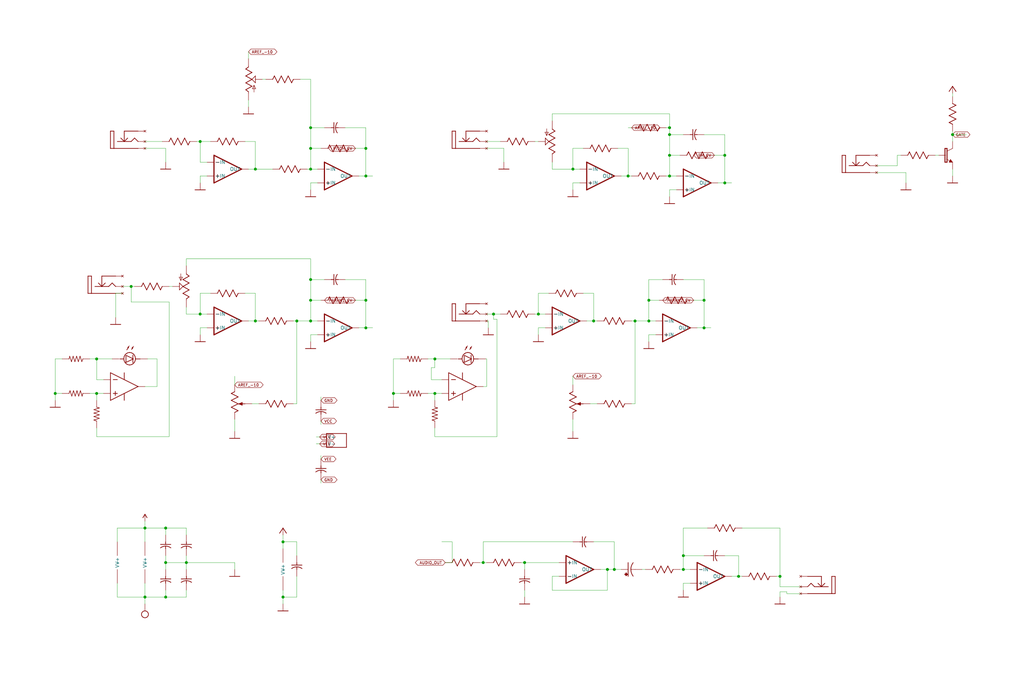
<source format=kicad_sch>
(kicad_sch (version 20231120) (generator "eeschema") (generator_version "8.0")
  (paper "User" 376.809 247.599)
  (junction (at 259.08 120.65))
  (junction (at 35.56 132.08))
  (junction (at 223.52 209.55))
  (junction (at 104.14 199.39))
  (junction (at 93.98 118.11))
  (junction (at 246.38 64.77))
  (junction (at 246.38 46.99))
  (junction (at 144.78 144.78))
  (junction (at 246.38 49.53))
  (junction (at 226.06 209.55))
  (junction (at 266.7 57.15))
  (junction (at 287.02 212.09))
  (junction (at 114.3 110.49))
  (junction (at 238.76 110.49))
  (junction (at 68.58 207.01))
  (junction (at 218.44 118.11))
  (junction (at 104.14 219.71))
  (junction (at 193.04 207.01))
  (junction (at 134.62 120.65))
  (junction (at 60.96 194.31))
  (junction (at 259.08 110.49))
  (junction (at 134.62 64.77))
  (junction (at 114.3 62.23))
  (junction (at 251.46 204.47))
  (junction (at 60.96 219.71))
  (junction (at 210.82 62.23))
  (junction (at 114.3 54.61))
  (junction (at 246.38 57.15))
  (junction (at 53.34 219.71))
  (junction (at 233.68 118.11))
  (junction (at 134.62 54.61))
  (junction (at 251.46 209.55))
  (junction (at 114.3 118.11))
  (junction (at 266.7 67.31))
  (junction (at 73.66 115.57))
  (junction (at 114.3 46.99))
  (junction (at 48.26 105.41))
  (junction (at 53.34 194.31))
  (junction (at 238.76 118.11))
  (junction (at 350.52 49.53))
  (junction (at 114.3 102.87))
  (junction (at 109.22 118.11))
  (junction (at 60.96 207.01))
  (junction (at 93.98 62.23))
  (junction (at 35.56 144.78))
  (junction (at 73.66 52.07))
  (junction (at 231.14 64.77))
  (junction (at 160.02 144.78))
  (junction (at 160.02 132.08))
  (junction (at 271.78 212.09))
  (junction (at 177.8 207.01))
  (junction (at 20.32 144.78))
  (junction (at 134.62 110.49))
  (junction (at 198.12 115.57))
  (junction (at 181.61 115.57))
  (wire (pts (xy 144.78 132.08) (xy 144.78 144.78)) (stroke (width 0.1)))
  (wire (pts (xy 114.3 62.23) (xy 116.84 62.23)) (stroke (width 0.1)))
  (wire (pts (xy 109.22 199.39) (xy 109.22 204.47)) (stroke (width 0.1)))
  (wire (pts (xy 350.52 34.29) (xy 350.52 35.56)) (stroke (width 0.1)))
  (wire (pts (xy 114.3 110.49) (xy 114.3 118.11)) (stroke (width 0.1)))
  (wire (pts (xy 144.78 144.78) (xy 144.78 147.32)) (stroke (width 0.1)))
  (wire (pts (xy 203.2 217.17) (xy 223.52 217.17)) (stroke (width 0.1)))
  (wire (pts (xy 246.38 69.85) (xy 246.38 72.39)) (stroke (width 0.1)))
  (wire (pts (xy 223.52 209.55) (xy 220.98 209.55)) (stroke (width 0.1)))
  (wire (pts (xy 43.18 194.31) (xy 43.18 199.39)) (stroke (width 0.1)))
  (wire (pts (xy 218.44 199.39) (xy 226.06 199.39)) (stroke (width 0.1)))
  (wire (pts (xy 109.22 118.11) (xy 107.95 118.11)) (stroke (width 0.1)))
  (wire (pts (xy 294.64 215.9) (xy 287.02 215.9)) (stroke (width 0.1)))
  (wire (pts (xy 114.3 67.31) (xy 114.3 69.85)) (stroke (width 0.1)))
  (wire (pts (xy 33.02 144.78) (xy 35.56 144.78)) (stroke (width 0.1)))
  (wire (pts (xy 177.8 199.39) (xy 210.82 199.39)) (stroke (width 0.1)))
  (wire (pts (xy 271.78 212.09) (xy 269.24 212.09)) (stroke (width 0.1)))
  (wire (pts (xy 223.52 217.17) (xy 223.52 209.55)) (stroke (width 0.1)))
  (wire (pts (xy 344.17 57.15) (xy 345.44 57.15)) (stroke (width 0.1)))
  (wire (pts (xy 226.06 209.55) (xy 228.6 209.55)) (stroke (width 0.1)))
  (wire (pts (xy 262.89 57.15) (xy 266.7 57.15)) (stroke (width 0.1)))
  (wire (pts (xy 158.75 139.7) (xy 158.75 135.255)) (stroke (width 0.1)))
  (wire (pts (xy 60.96 194.31) (xy 60.96 196.85)) (stroke (width 0.1)))
  (wire (pts (xy 246.38 57.15) (xy 246.38 64.77)) (stroke (width 0.1)))
  (wire (pts (xy 231.14 64.77) (xy 232.41 64.77)) (stroke (width 0.1)))
  (wire (pts (xy 217.17 148.59) (xy 219.71 148.59)) (stroke (width 0.1)))
  (wire (pts (xy 196.85 52.07) (xy 198.12 52.07)) (stroke (width 0.1)))
  (wire (pts (xy 294.64 218.44) (xy 289.56 218.44)) (stroke (width 0.1)))
  (wire (pts (xy 134.62 120.65) (xy 132.08 120.65)) (stroke (width 0.1)))
  (wire (pts (xy 118.11 54.61) (xy 114.3 54.61)) (stroke (width 0.1)))
  (wire (pts (xy 119.38 46.99) (xy 114.3 46.99)) (stroke (width 0.1)))
  (wire (pts (xy 250.19 209.55) (xy 251.46 209.55)) (stroke (width 0.1)))
  (wire (pts (xy 53.34 199.39) (xy 53.34 194.31)) (stroke (width 0.1)))
  (wire (pts (xy 104.14 217.17) (xy 104.14 219.71)) (stroke (width 0.1)))
  (wire (pts (xy 198.12 115.57) (xy 200.66 115.57)) (stroke (width 0.1)))
  (wire (pts (xy 134.62 46.99) (xy 134.62 54.61)) (stroke (width 0.1)))
  (wire (pts (xy 109.22 118.11) (xy 114.3 118.11)) (stroke (width 0.1)))
  (wire (pts (xy 60.96 207.01) (xy 60.96 209.55)) (stroke (width 0.1)))
  (wire (pts (xy 214.63 54.61) (xy 210.82 54.61)) (stroke (width 0.1)))
  (wire (pts (xy 231.14 54.61) (xy 231.14 64.77)) (stroke (width 0.1)))
  (wire (pts (xy 86.36 207.01) (xy 86.36 209.55)) (stroke (width 0.1)))
  (wire (pts (xy 35.56 132.08) (xy 35.56 139.7)) (stroke (width 0.1)))
  (wire (pts (xy 210.82 62.23) (xy 213.36 62.23)) (stroke (width 0.1)))
  (wire (pts (xy 266.7 49.53) (xy 266.7 57.15)) (stroke (width 0.1)))
  (wire (pts (xy 62.23 160.655) (xy 62.23 111.125)) (stroke (width 0.1)))
  (wire (pts (xy 203.2 44.45) (xy 203.2 41.91)) (stroke (width 0.1)))
  (wire (pts (xy 72.39 52.07) (xy 73.66 52.07)) (stroke (width 0.1)))
  (wire (pts (xy 289.56 217.805) (xy 287.02 217.805)) (stroke (width 0.1)))
  (wire (pts (xy 53.34 54.61) (xy 60.96 54.61)) (stroke (width 0.1)))
  (wire (pts (xy 53.34 52.07) (xy 59.69 52.07)) (stroke (width 0.1)))
  (wire (pts (xy 210.82 154.305) (xy 210.82 158.75)) (stroke (width 0.1)))
  (wire (pts (xy 35.56 139.7) (xy 38.1 139.7)) (stroke (width 0.1)))
  (wire (pts (xy 160.02 147.32) (xy 160.02 144.78)) (stroke (width 0.1)))
  (wire (pts (xy 134.62 54.61) (xy 134.62 64.77)) (stroke (width 0.1)))
  (wire (pts (xy 287.02 215.9) (xy 287.02 212.09)) (stroke (width 0.1)))
  (wire (pts (xy 251.46 209.55) (xy 254 209.55)) (stroke (width 0.1)))
  (wire (pts (xy 160.02 157.48) (xy 160.02 160.655)) (stroke (width 0.1)))
  (wire (pts (xy 179.07 142.24) (xy 177.8 142.24)) (stroke (width 0.1)))
  (wire (pts (xy 35.56 144.78) (xy 38.1 144.78)) (stroke (width 0.1)))
  (wire (pts (xy 116.84 123.19) (xy 114.3 123.19)) (stroke (width 0.1)))
  (wire (pts (xy 251.46 214.63) (xy 251.46 217.17)) (stroke (width 0.1)))
  (wire (pts (xy 53.34 194.31) (xy 60.96 194.31)) (stroke (width 0.1)))
  (wire (pts (xy 233.68 118.11) (xy 232.41 118.11)) (stroke (width 0.1)))
  (wire (pts (xy 114.3 29.21) (xy 114.3 46.99)) (stroke (width 0.1)))
  (wire (pts (xy 60.96 219.71) (xy 60.96 217.17)) (stroke (width 0.1)))
  (wire (pts (xy 201.93 107.95) (xy 198.12 107.95)) (stroke (width 0.1)))
  (wire (pts (xy 93.98 107.95) (xy 93.98 118.11)) (stroke (width 0.1)))
  (wire (pts (xy 273.05 212.09) (xy 271.78 212.09)) (stroke (width 0.1)))
  (wire (pts (xy 92.71 148.59) (xy 95.25 148.59)) (stroke (width 0.1)))
  (wire (pts (xy 20.32 132.08) (xy 20.32 144.78)) (stroke (width 0.1)))
  (wire (pts (xy 287.02 194.31) (xy 287.02 212.09)) (stroke (width 0.1)))
  (wire (pts (xy 110.49 29.21) (xy 114.3 29.21)) (stroke (width 0.1)))
  (wire (pts (xy 130.81 54.61) (xy 134.62 54.61)) (stroke (width 0.1)))
  (wire (pts (xy 57.785 132.08) (xy 57.785 142.24)) (stroke (width 0.1)))
  (wire (pts (xy 68.58 207.01) (xy 86.36 207.01)) (stroke (width 0.1)))
  (wire (pts (xy 179.07 115.57) (xy 181.61 115.57)) (stroke (width 0.1)))
  (wire (pts (xy 350.52 62.23) (xy 350.52 64.77)) (stroke (width 0.1)))
  (wire (pts (xy 231.14 64.77) (xy 228.6 64.77)) (stroke (width 0.1)))
  (wire (pts (xy 73.66 52.07) (xy 73.66 59.69)) (stroke (width 0.1)))
  (wire (pts (xy 147.32 144.78) (xy 144.78 144.78)) (stroke (width 0.1)))
  (wire (pts (xy 205.74 212.09) (xy 203.2 212.09)) (stroke (width 0.1)))
  (wire (pts (xy 322.58 60.96) (xy 330.2 60.96)) (stroke (width 0.1)))
  (wire (pts (xy 177.8 207.01) (xy 177.8 199.39)) (stroke (width 0.1)))
  (wire (pts (xy 62.23 111.125) (xy 48.26 111.125)) (stroke (width 0.1)))
  (wire (pts (xy 22.86 144.78) (xy 20.32 144.78)) (stroke (width 0.1)))
  (wire (pts (xy 60.96 219.71) (xy 68.58 219.71)) (stroke (width 0.1)))
  (wire (pts (xy 114.3 46.99) (xy 114.3 54.61)) (stroke (width 0.1)))
  (wire (pts (xy 22.86 132.08) (xy 20.32 132.08)) (stroke (width 0.1)))
  (wire (pts (xy 203.2 59.69) (xy 203.2 62.23)) (stroke (width 0.1)))
  (wire (pts (xy 233.68 118.11) (xy 238.76 118.11)) (stroke (width 0.1)))
  (wire (pts (xy 73.66 64.77) (xy 73.66 67.31)) (stroke (width 0.1)))
  (wire (pts (xy 127 102.87) (xy 134.62 102.87)) (stroke (width 0.1)))
  (wire (pts (xy 193.04 209.55) (xy 193.04 207.01)) (stroke (width 0.1)))
  (wire (pts (xy 54.293 132.08) (xy 57.785 132.08)) (stroke (width 0.1)))
  (wire (pts (xy 68.58 194.31) (xy 68.58 196.85)) (stroke (width 0.1)))
  (wire (pts (xy 114.3 102.87) (xy 114.3 110.49)) (stroke (width 0.1)))
  (wire (pts (xy 104.14 199.39) (xy 109.22 199.39)) (stroke (width 0.1)))
  (wire (pts (xy 104.14 199.39) (xy 104.14 201.93)) (stroke (width 0.1)))
  (wire (pts (xy 227.33 54.61) (xy 231.14 54.61)) (stroke (width 0.1)))
  (wire (pts (xy 203.2 212.09) (xy 203.2 217.17)) (stroke (width 0.1)))
  (wire (pts (xy 118.11 110.49) (xy 114.3 110.49)) (stroke (width 0.1)))
  (wire (pts (xy 193.04 207.01) (xy 205.74 207.01)) (stroke (width 0.1)))
  (wire (pts (xy 134.62 110.49) (xy 134.62 120.65)) (stroke (width 0.1)))
  (wire (pts (xy 91.44 19.05) (xy 91.44 21.59)) (stroke (width 0.1)))
  (wire (pts (xy 233.68 148.59) (xy 233.68 118.11)) (stroke (width 0.1)))
  (wire (pts (xy 233.68 148.59) (xy 232.41 148.59)) (stroke (width 0.1)))
  (wire (pts (xy 246.38 46.99) (xy 246.38 49.53)) (stroke (width 0.1)))
  (wire (pts (xy 251.46 204.47) (xy 251.46 209.55)) (stroke (width 0.1)))
  (wire (pts (xy 243.84 102.87) (xy 238.76 102.87)) (stroke (width 0.1)))
  (wire (pts (xy 160.02 144.78) (xy 157.48 144.78)) (stroke (width 0.1)))
  (wire (pts (xy 181.61 115.57) (xy 184.15 115.57)) (stroke (width 0.1)))
  (wire (pts (xy 90.17 107.95) (xy 93.98 107.95)) (stroke (width 0.1)))
  (wire (pts (xy 218.44 118.11) (xy 215.9 118.11)) (stroke (width 0.1)))
  (wire (pts (xy 166.37 207.01) (xy 166.37 199.39)) (stroke (width 0.1)))
  (wire (pts (xy 210.82 138.43) (xy 210.82 141.605)) (stroke (width 0.1)))
  (wire (pts (xy 53.34 222.25) (xy 53.34 219.71)) (stroke (width 0.1)))
  (wire (pts (xy 289.56 218.44) (xy 289.56 217.805)) (stroke (width 0.1)))
  (wire (pts (xy 134.62 64.77) (xy 132.08 64.77)) (stroke (width 0.1)))
  (wire (pts (xy 118.11 147.32) (xy 118.11 146.05)) (stroke (width 0.1)))
  (wire (pts (xy 255.27 110.49) (xy 259.08 110.49)) (stroke (width 0.1)))
  (wire (pts (xy 203.2 41.91) (xy 246.38 41.91)) (stroke (width 0.1)))
  (wire (pts (xy 116.84 67.31) (xy 114.3 67.31)) (stroke (width 0.1)))
  (wire (pts (xy 73.66 120.65) (xy 73.66 123.19)) (stroke (width 0.1)))
  (wire (pts (xy 200.66 120.65) (xy 198.12 120.65)) (stroke (width 0.1)))
  (wire (pts (xy 60.96 194.31) (xy 68.58 194.31)) (stroke (width 0.1)))
  (wire (pts (xy 68.58 95.25) (xy 114.3 95.25)) (stroke (width 0.1)))
  (wire (pts (xy 213.36 67.31) (xy 210.82 67.31)) (stroke (width 0.1)))
  (wire (pts (xy 73.66 107.95) (xy 77.47 107.95)) (stroke (width 0.1)))
  (wire (pts (xy 245.11 46.99) (xy 246.38 46.99)) (stroke (width 0.1)))
  (wire (pts (xy 53.34 191.77) (xy 53.34 194.31)) (stroke (width 0.1)))
  (wire (pts (xy 251.46 49.53) (xy 246.38 49.53)) (stroke (width 0.1)))
  (wire (pts (xy 333.375 63.5) (xy 333.375 67.31)) (stroke (width 0.1)))
  (wire (pts (xy 53.34 194.31) (xy 43.18 194.31)) (stroke (width 0.1)))
  (wire (pts (xy 127 46.99) (xy 134.62 46.99)) (stroke (width 0.1)))
  (wire (pts (xy 73.66 52.07) (xy 77.47 52.07)) (stroke (width 0.1)))
  (wire (pts (xy 68.58 207.01) (xy 68.58 209.55)) (stroke (width 0.1)))
  (wire (pts (xy 33.02 132.08) (xy 35.56 132.08)) (stroke (width 0.1)))
  (wire (pts (xy 117.618 163.338) (xy 116.348 163.338)) (stroke (width 0.1)))
  (wire (pts (xy 185.42 54.61) (xy 185.42 59.69)) (stroke (width 0.1)))
  (wire (pts (xy 162.56 144.78) (xy 160.02 144.78)) (stroke (width 0.1)))
  (wire (pts (xy 218.44 107.95) (xy 218.44 118.11)) (stroke (width 0.1)))
  (wire (pts (xy 114.3 54.61) (xy 114.3 62.23)) (stroke (width 0.1)))
  (wire (pts (xy 179.705 118.11) (xy 179.07 118.11)) (stroke (width 0.1)))
  (wire (pts (xy 57.785 142.24) (xy 53.34 142.24)) (stroke (width 0.1)))
  (wire (pts (xy 238.76 123.19) (xy 238.76 125.73)) (stroke (width 0.1)))
  (wire (pts (xy 254 214.63) (xy 251.46 214.63)) (stroke (width 0.1)))
  (wire (pts (xy 76.2 120.65) (xy 73.66 120.65)) (stroke (width 0.1)))
  (wire (pts (xy 177.8 207.01) (xy 179.07 207.01)) (stroke (width 0.1)))
  (wire (pts (xy 76.2 64.77) (xy 73.66 64.77)) (stroke (width 0.1)))
  (wire (pts (xy 114.3 118.11) (xy 116.84 118.11)) (stroke (width 0.1)))
  (wire (pts (xy 251.46 102.87) (xy 259.08 102.87)) (stroke (width 0.1)))
  (wire (pts (xy 104.14 219.71) (xy 104.14 222.25)) (stroke (width 0.1)))
  (wire (pts (xy 68.58 115.57) (xy 73.66 115.57)) (stroke (width 0.1)))
  (wire (pts (xy 246.38 64.77) (xy 248.92 64.77)) (stroke (width 0.1)))
  (wire (pts (xy 41.275 132.08) (xy 35.56 132.08)) (stroke (width 0.1)))
  (wire (pts (xy 259.08 49.53) (xy 266.7 49.53)) (stroke (width 0.1)))
  (wire (pts (xy 91.44 36.83) (xy 91.44 39.37)) (stroke (width 0.1)))
  (wire (pts (xy 134.62 64.77) (xy 137.16 64.77)) (stroke (width 0.1)))
  (wire (pts (xy 269.24 67.31) (xy 266.7 67.31)) (stroke (width 0.1)))
  (wire (pts (xy 179.07 52.07) (xy 184.15 52.07)) (stroke (width 0.1)))
  (wire (pts (xy 350.52 49.53) (xy 355.6 49.53)) (stroke (width 0.1)))
  (wire (pts (xy 259.08 102.87) (xy 259.08 110.49)) (stroke (width 0.1)))
  (wire (pts (xy 246.38 41.91) (xy 246.38 46.99)) (stroke (width 0.1)))
  (wire (pts (xy 147.32 132.08) (xy 144.78 132.08)) (stroke (width 0.1)))
  (wire (pts (xy 330.2 57.15) (xy 331.47 57.15)) (stroke (width 0.1)))
  (wire (pts (xy 218.44 118.11) (xy 219.71 118.11)) (stroke (width 0.1)))
  (wire (pts (xy 246.38 49.53) (xy 246.38 57.15)) (stroke (width 0.1)))
  (wire (pts (xy 60.96 207.01) (xy 68.58 207.01)) (stroke (width 0.1)))
  (wire (pts (xy 118.11 154.94) (xy 118.11 156.21)) (stroke (width 0.1)))
  (wire (pts (xy 176.53 207.01) (xy 177.8 207.01)) (stroke (width 0.1)))
  (wire (pts (xy 242.57 110.49) (xy 238.76 110.49)) (stroke (width 0.1)))
  (wire (pts (xy 68.58 219.71) (xy 68.58 217.17)) (stroke (width 0.1)))
  (wire (pts (xy 90.17 52.07) (xy 93.98 52.07)) (stroke (width 0.1)))
  (wire (pts (xy 68.58 97.79) (xy 68.58 95.25)) (stroke (width 0.1)))
  (wire (pts (xy 248.92 69.85) (xy 246.38 69.85)) (stroke (width 0.1)))
  (wire (pts (xy 109.22 148.59) (xy 107.95 148.59)) (stroke (width 0.1)))
  (wire (pts (xy 273.05 194.31) (xy 287.02 194.31)) (stroke (width 0.1)))
  (wire (pts (xy 236.22 209.55) (xy 237.49 209.55)) (stroke (width 0.1)))
  (wire (pts (xy 181.61 117.475) (xy 181.61 115.57)) (stroke (width 0.1)))
  (wire (pts (xy 260.35 194.31) (xy 251.46 194.31)) (stroke (width 0.1)))
  (wire (pts (xy 271.78 204.47) (xy 271.78 212.09)) (stroke (width 0.1)))
  (wire (pts (xy 287.02 217.805) (xy 287.02 219.71)) (stroke (width 0.1)))
  (wire (pts (xy 137.16 120.65) (xy 134.62 120.65)) (stroke (width 0.1)))
  (wire (pts (xy 42.545 107.95) (xy 42.545 116.84)) (stroke (width 0.1)))
  (wire (pts (xy 241.3 123.19) (xy 238.76 123.19)) (stroke (width 0.1)))
  (wire (pts (xy 104.14 196.85) (xy 104.14 199.39)) (stroke (width 0.1)))
  (wire (pts (xy 322.58 63.5) (xy 333.375 63.5)) (stroke (width 0.1)))
  (wire (pts (xy 68.58 113.03) (xy 68.58 115.57)) (stroke (width 0.1)))
  (wire (pts (xy 245.11 64.77) (xy 246.38 64.77)) (stroke (width 0.1)))
  (wire (pts (xy 287.02 212.09) (xy 285.75 212.09)) (stroke (width 0.1)))
  (wire (pts (xy 251.46 194.31) (xy 251.46 204.47)) (stroke (width 0.1)))
  (wire (pts (xy 179.07 54.61) (xy 185.42 54.61)) (stroke (width 0.1)))
  (wire (pts (xy 130.81 110.49) (xy 134.62 110.49)) (stroke (width 0.1)))
  (wire (pts (xy 350.52 52.07) (xy 350.52 49.53)) (stroke (width 0.1)))
  (wire (pts (xy 93.98 118.11) (xy 91.44 118.11)) (stroke (width 0.1)))
  (wire (pts (xy 226.06 209.55) (xy 223.52 209.55)) (stroke (width 0.1)))
  (wire (pts (xy 35.56 144.78) (xy 35.56 147.32)) (stroke (width 0.1)))
  (wire (pts (xy 198.12 107.95) (xy 198.12 115.57)) (stroke (width 0.1)))
  (wire (pts (xy 214.63 107.95) (xy 218.44 107.95)) (stroke (width 0.1)))
  (wire (pts (xy 73.66 59.69) (xy 76.2 59.69)) (stroke (width 0.1)))
  (wire (pts (xy 182.88 117.475) (xy 181.61 117.475)) (stroke (width 0.1)))
  (wire (pts (xy 251.46 204.47) (xy 259.08 204.47)) (stroke (width 0.1)))
  (wire (pts (xy 35.56 157.48) (xy 35.56 160.655)) (stroke (width 0.1)))
  (wire (pts (xy 93.98 62.23) (xy 91.44 62.23)) (stroke (width 0.1)))
  (wire (pts (xy 119.38 102.87) (xy 114.3 102.87)) (stroke (width 0.1)))
  (wire (pts (xy 45.085 107.95) (xy 42.545 107.95)) (stroke (width 0.1)))
  (wire (pts (xy 166.37 199.39) (xy 162.56 199.39)) (stroke (width 0.1)))
  (wire (pts (xy 179.705 120.65) (xy 179.705 118.11)) (stroke (width 0.1)))
  (wire (pts (xy 20.32 144.78) (xy 20.32 147.32)) (stroke (width 0.1)))
  (wire (pts (xy 193.04 217.17) (xy 193.04 219.71)) (stroke (width 0.1)))
  (wire (pts (xy 259.08 120.65) (xy 256.54 120.65)) (stroke (width 0.1)))
  (wire (pts (xy 45.085 105.41) (xy 48.26 105.41)) (stroke (width 0.1)))
  (wire (pts (xy 261.62 120.65) (xy 259.08 120.65)) (stroke (width 0.1)))
  (wire (pts (xy 73.66 115.57) (xy 73.66 107.95)) (stroke (width 0.1)))
  (wire (pts (xy 118.11 176.53) (xy 118.11 177.8)) (stroke (width 0.1)))
  (wire (pts (xy 96.52 29.21) (xy 97.79 29.21)) (stroke (width 0.1)))
  (wire (pts (xy 53.34 219.71) (xy 60.96 219.71)) (stroke (width 0.1)))
  (wire (pts (xy 266.7 57.15) (xy 266.7 67.31)) (stroke (width 0.1)))
  (wire (pts (xy 43.18 219.71) (xy 53.34 219.71)) (stroke (width 0.1)))
  (wire (pts (xy 60.96 54.61) (xy 60.96 59.69)) (stroke (width 0.1)))
  (wire (pts (xy 210.82 67.31) (xy 210.82 69.85)) (stroke (width 0.1)))
  (wire (pts (xy 35.56 160.655) (xy 62.23 160.655)) (stroke (width 0.1)))
  (wire (pts (xy 182.88 160.655) (xy 182.88 117.475)) (stroke (width 0.1)))
  (wire (pts (xy 104.14 219.71) (xy 109.22 219.71)) (stroke (width 0.1)))
  (wire (pts (xy 114.3 95.25) (xy 114.3 102.87)) (stroke (width 0.1)))
  (wire (pts (xy 86.36 154.305) (xy 86.36 158.75)) (stroke (width 0.1)))
  (wire (pts (xy 259.08 110.49) (xy 259.08 120.65)) (stroke (width 0.1)))
  (wire (pts (xy 232.41 46.99) (xy 231.14 46.99)) (stroke (width 0.1)))
  (wire (pts (xy 210.82 54.61) (xy 210.82 62.23)) (stroke (width 0.1)))
  (wire (pts (xy 93.98 62.23) (xy 100.33 62.23)) (stroke (width 0.1)))
  (wire (pts (xy 238.76 110.49) (xy 238.76 118.11)) (stroke (width 0.1)))
  (wire (pts (xy 330.2 60.96) (xy 330.2 57.15)) (stroke (width 0.1)))
  (wire (pts (xy 118.11 168.91) (xy 118.11 167.64)) (stroke (width 0.1)))
  (wire (pts (xy 68.58 204.47) (xy 68.58 207.01)) (stroke (width 0.1)))
  (wire (pts (xy 160.02 160.655) (xy 182.88 160.655)) (stroke (width 0.1)))
  (wire (pts (xy 162.56 139.7) (xy 158.75 139.7)) (stroke (width 0.1)))
  (wire (pts (xy 62.23 105.41) (xy 63.5 105.41)) (stroke (width 0.1)))
  (wire (pts (xy 48.26 105.41) (xy 49.53 105.41)) (stroke (width 0.1)))
  (wire (pts (xy 196.85 115.57) (xy 198.12 115.57)) (stroke (width 0.1)))
  (wire (pts (xy 48.26 111.125) (xy 48.26 105.41)) (stroke (width 0.1)))
  (wire (pts (xy 114.3 123.19) (xy 114.3 125.73)) (stroke (width 0.1)))
  (wire (pts (xy 191.77 207.01) (xy 193.04 207.01)) (stroke (width 0.1)))
  (wire (pts (xy 163.83 207.01) (xy 166.37 207.01)) (stroke (width 0.1)))
  (wire (pts (xy 114.3 62.23) (xy 113.03 62.23)) (stroke (width 0.1)))
  (wire (pts (xy 160.02 135.255) (xy 160.02 132.08)) (stroke (width 0.1)))
  (wire (pts (xy 226.06 199.39) (xy 226.06 209.55)) (stroke (width 0.1)))
  (wire (pts (xy 117.618 160.798) (xy 116.348 160.798)) (stroke (width 0.1)))
  (wire (pts (xy 350.52 49.53) (xy 350.52 48.26)) (stroke (width 0.1)))
  (wire (pts (xy 109.22 148.59) (xy 109.22 118.11)) (stroke (width 0.1)))
  (wire (pts (xy 238.76 118.11) (xy 241.3 118.11)) (stroke (width 0.1)))
  (wire (pts (xy 203.2 62.23) (xy 210.82 62.23)) (stroke (width 0.1)))
  (wire (pts (xy 198.12 120.65) (xy 198.12 123.19)) (stroke (width 0.1)))
  (wire (pts (xy 93.98 118.11) (xy 95.25 118.11)) (stroke (width 0.1)))
  (wire (pts (xy 60.96 204.47) (xy 60.96 207.01)) (stroke (width 0.1)))
  (wire (pts (xy 53.34 219.71) (xy 53.34 214.63)) (stroke (width 0.1)))
  (wire (pts (xy 250.19 57.15) (xy 246.38 57.15)) (stroke (width 0.1)))
  (wire (pts (xy 43.18 214.63) (xy 43.18 219.71)) (stroke (width 0.1)))
  (wire (pts (xy 165.735 132.08) (xy 160.02 132.08)) (stroke (width 0.1)))
  (wire (pts (xy 160.02 132.08) (xy 157.48 132.08)) (stroke (width 0.1)))
  (wire (pts (xy 178.753 132.08) (xy 179.07 132.08)) (stroke (width 0.1)))
  (wire (pts (xy 266.7 67.31) (xy 264.16 67.31)) (stroke (width 0.1)))
  (wire (pts (xy 73.66 115.57) (xy 76.2 115.57)) (stroke (width 0.1)))
  (wire (pts (xy 86.36 141.605) (xy 86.36 138.43)) (stroke (width 0.1)))
  (wire (pts (xy 238.76 102.87) (xy 238.76 110.49)) (stroke (width 0.1)))
  (wire (pts (xy 158.75 135.255) (xy 160.02 135.255)) (stroke (width 0.1)))
  (wire (pts (xy 93.98 52.07) (xy 93.98 62.23)) (stroke (width 0.1)))
  (wire (pts (xy 109.22 219.71) (xy 109.22 212.09)) (stroke (width 0.1)))
  (wire (pts (xy 179.07 132.08) (xy 179.07 142.24)) (stroke (width 0.1)))
  (wire (pts (xy 134.62 102.87) (xy 134.62 110.49)) (stroke (width 0.1)))
  (wire (pts (xy 266.7 204.47) (xy 271.78 204.47)) (stroke (width 0.1)))
  (global_label "AREF_-10" (shape bidirectional) (at 232.41 46.99 0) (effects (font (size 1.016 1.016))) (property "Intersheetrefs" "${INTERSHEET_REFS}" (effects (hide yes))))
  (global_label "GND" (shape bidirectional) (at 118.11 147.32 0) (effects (font (size 1.016 1.016))) (property "Intersheetrefs" "${INTERSHEET_REFS}" (effects (hide yes))))
  (global_label "GATE" (shape bidirectional) (at 350.52 49.53 0) (effects (font (size 1.016 1.016))) (property "Intersheetrefs" "${INTERSHEET_REFS}" (effects (hide yes))))
  (global_label "AREF_-10" (shape bidirectional) (at 91.44 19.05 0) (effects (font (size 1.016 1.016))) (property "Intersheetrefs" "${INTERSHEET_REFS}" (effects (hide yes))))
  (global_label "PARAM1_CV" (shape bidirectional) (at 130.81 110.49 180) (effects (font (size 1.016 1.016))) (property "Intersheetrefs" "${INTERSHEET_REFS}" (effects (hide yes))))
  (global_label "VEE" (shape bidirectional) (at 117.618 163.338 0) (effects (font (size 1.016 1.016))) (property "Intersheetrefs" "${INTERSHEET_REFS}" (effects (hide yes))))
  (global_label "GND" (shape bidirectional) (at 118.11 176.53 0) (effects (font (size 1.016 1.016))) (property "Intersheetrefs" "${INTERSHEET_REFS}" (effects (hide yes))))
  (global_label "PITCH_CV" (shape bidirectional) (at 130.81 54.61 180) (effects (font (size 1.016 1.016))) (property "Intersheetrefs" "${INTERSHEET_REFS}" (effects (hide yes))))
  (global_label "VEE" (shape bidirectional) (at 118.11 168.91 0) (effects (font (size 1.016 1.016))) (property "Intersheetrefs" "${INTERSHEET_REFS}" (effects (hide yes))))
  (global_label "FM_CV" (shape bidirectional) (at 262.89 57.15 180) (effects (font (size 1.016 1.016))) (property "Intersheetrefs" "${INTERSHEET_REFS}" (effects (hide yes))))
  (global_label "VCC" (shape bidirectional) (at 118.11 154.94 0) (effects (font (size 1.016 1.016))) (property "Intersheetrefs" "${INTERSHEET_REFS}" (effects (hide yes))))
  (global_label "AREF_-10" (shape bidirectional) (at 210.82 138.43 0) (effects (font (size 1.016 1.016))) (property "Intersheetrefs" "${INTERSHEET_REFS}" (effects (hide yes))))
  (global_label "PARAM2_CV" (shape bidirectional) (at 255.27 110.49 180) (effects (font (size 1.016 1.016))) (property "Intersheetrefs" "${INTERSHEET_REFS}" (effects (hide yes))))
  (global_label "VCC" (shape bidirectional) (at 117.618 160.798 0) (effects (font (size 1.016 1.016))) (property "Intersheetrefs" "${INTERSHEET_REFS}" (effects (hide yes))))
  (global_label "AREF_-10" (shape bidirectional) (at 86.36 141.605 0) (effects (font (size 1.016 1.016))) (property "Intersheetrefs" "${INTERSHEET_REFS}" (effects (hide yes))))
  (global_label "AUDIO_OUT" (shape bidirectional) (at 163.83 207.01 180) (effects (font (size 1.016 1.016))) (property "Intersheetrefs" "${INTERSHEET_REFS}" (effects (hide yes))))
  (symbol (lib_id "ubraidsII-eagle-import:RES_0603") (at 266.7 194.31 180) (unit 1)
    (property "Reference" "R56" (effects (hide yes)))
    (property "Value" "100k" (effects (hide yes)))
    (property "Footprint" "ubraidsII:RES_0603" (effects (hide yes)))
  )
  (symbol (lib_id "ubraidsII-eagle-import:COARSE") (at 92.266 29.21 0) (unit 1)
    (property "Reference" "R20" (effects (hide yes)))
    (property "Value" "10kB" (effects (hide yes)))
    (property "Footprint" "ubraidsII:9mm_Alpha_Bourns_Pot" (effects (hide yes)))
  )
  (symbol (lib_id "ubraidsII-eagle-import:BOURNS_PTL_LED_SLIDE_POT") (at 87.63 147.955 90) (unit 1)
    (property "Reference" "VR1" (effects (hide yes)))
    (property "Value" "para 1" (effects (hide yes)))
    (property "Footprint" "ubraidsII:BOURNS_PTL_30mm" (effects (hide yes)))
  )
  (symbol (lib_id "ubraidsII-eagle-import:CAP_0603") (at 193.04 213.36 270) (unit 1)
    (property "Reference" "C22" (effects (hide yes)))
    (property "Value" "100p" (effects (hide yes)))
    (property "Footprint" "ubraidsII:CAP_0603" (effects (hide yes)))
  )
  (symbol (lib_id "ubraidsII-eagle-import:GND") (at 86.36 212.09 0) (unit 1)
    (property "Reference" "#GND38" (effects (hide yes)))
    (property "Value" "GND" (effects (hide yes)))
  )
  (symbol (lib_id "ubraidsII-eagle-import:THONKICONN_31") (at 302.26 215.265 180) (unit 1)
    (property "Reference" "J6" (effects (hide yes)))
    (property "Value" "output" (effects (hide yes)))
    (property "Footprint" "ubraidsII:Thonkiconn_Jack" (effects (hide yes)))
  )
  (symbol (lib_id "ubraidsII-eagle-import:TL074D") (at 208.28 118.11 0) (unit 1)
    (property "Reference" "IC9" (effects (hide yes)))
    (property "Value" "TL074D" (effects (hide yes)))
    (property "Footprint" "ubraidsII:TSSOP-14" (effects (hide yes)))
  )
  (symbol (lib_id "ubraidsII-eagle-import:GND") (at 251.46 219.71 0) (unit 1)
    (property "Reference" "#GND33" (effects (hide yes)))
    (property "Value" "GND" (effects (hide yes)))
  )
  (symbol (lib_id "ubraidsII-eagle-import:FM") (at 202.375 52.07 0) (unit 1)
    (property "Reference" "R21" (effects (hide yes)))
    (property "Value" "10kB" (effects (hide yes)))
    (property "Footprint" "ubraidsII:9mm_Alpha_Bourns_Pot" (effects (hide yes)))
  )
  (symbol (lib_id "ubraidsII-eagle-import:CAP_0603") (at 123.19 46.99 0) (unit 1)
    (property "Reference" "C16" (effects (hide yes)))
    (property "Value" "1n" (effects (hide yes)))
    (property "Footprint" "ubraidsII:CAP_0603" (effects (hide yes)))
  )
  (symbol (lib_id "ubraidsII-eagle-import:GND") (at 198.12 125.73 0) (unit 1)
    (property "Reference" "#GND25" (effects (hide yes)))
    (property "Value" "GND" (effects (hide yes)))
  )
  (symbol (lib_id "ubraidsII-eagle-import:GND") (at 210.82 161.29 0) (unit 1)
    (property "Reference" "#GND29" (effects (hide yes)))
    (property "Value" "GND" (effects (hide yes)))
  )
  (symbol (lib_id "ubraidsII-eagle-import:TL072D_23") (at 45.72 142.24 0) (unit 1)
    (property "Reference" "U6" (effects (hide yes)))
    (property "Value" "TL072D_23" (effects (hide yes)))
    (property "Footprint" "ubraidsII:SOIC-8_150mil" (effects (hide yes)))
  )
  (symbol (lib_id "ubraidsII-eagle-import:R805") (at 152.4 132.08 0) (unit 1)
    (property "Reference" "R4" (effects (hide yes)))
    (property "Value" "1.2k" (effects (hide yes)))
    (property "Footprint" "ubraidsII:RES_0603" (effects (hide yes)))
  )
  (symbol (lib_id "ubraidsII-eagle-import:CAP_0603") (at 255.27 49.53 0) (unit 1)
    (property "Reference" "C17" (effects (hide yes)))
    (property "Value" "1n" (effects (hide yes)))
    (property "Footprint" "ubraidsII:CAP_0603" (effects (hide yes)))
  )
  (symbol (lib_id "ubraidsII-eagle-import:RES_0603") (at 83.82 52.07 0) (unit 1)
    (property "Reference" "R53" (effects (hide yes)))
    (property "Value" "24.9k" (effects (hide yes)))
    (property "Footprint" "ubraidsII:RES_0603" (effects (hide yes)))
  )
  (symbol (lib_id "ubraidsII-eagle-import:MODULATION") (at 67.755 105.41 0) (unit 1)
    (property "Reference" "R37" (effects (hide yes)))
    (property "Value" "10kB" (effects (hide yes)))
    (property "Footprint" "ubraidsII:9mm_Alpha_Bourns_Pot" (effects (hide yes)))
  )
  (symbol (lib_id "ubraidsII-eagle-import:RES_0603") (at 238.76 64.77 0) (unit 1)
    (property "Reference" "R42" (effects (hide yes)))
    (property "Value" "24.9k" (effects (hide yes)))
    (property "Footprint" "ubraidsII:RES_0603" (effects (hide yes)))
  )
  (symbol (lib_id "ubraidsII-eagle-import:GND") (at 238.76 128.27 0) (unit 1)
    (property "Reference" "#GND26" (effects (hide yes)))
    (property "Value" "GND" (effects (hide yes)))
  )
  (symbol (lib_id "ubraidsII-eagle-import:RES_0603") (at 101.6 148.59 0) (unit 1)
    (property "Reference" "R28" (effects (hide yes)))
    (property "Value" "200k" (effects (hide yes)))
    (property "Footprint" "ubraidsII:RES_0603" (effects (hide yes)))
  )
  (symbol (lib_id "ubraidsII-eagle-import:TL074D") (at 43.18 207.01 0) (unit 5)
    (property "Reference" "IC9" (effects (hide yes)))
    (property "Value" "TL074D" (effects (hide yes)))
    (property "Footprint" "ubraidsII:TSSOP-14" (effects (hide yes)))
  )
  (symbol (lib_id "ubraidsII-eagle-import:THONKICONN") (at 171.45 51.435 180) (unit 1)
    (property "Reference" "J1" (effects (hide yes)))
    (property "Value" "fm" (effects (hide yes)))
    (property "Footprint" "ubraidsII:Thonkiconn_Jack" (effects (hide yes)))
  )
  (symbol (lib_id "ubraidsII-eagle-import:GND") (at 42.545 119.38 0) (unit 1)
    (property "Reference" "#GND21" (effects (hide yes)))
    (property "Value" "GND" (effects (hide yes)))
  )
  (symbol (lib_id "ubraidsII-eagle-import:CAP_0603") (at 68.58 213.36 270) (unit 1)
    (property "Reference" "C20" (effects (hide yes)))
    (property "Value" "100n" (effects (hide yes)))
    (property "Footprint" "ubraidsII:CAP_0603" (effects (hide yes)))
  )
  (symbol (lib_id "ubraidsII-eagle-import:GND") (at 86.36 161.29 0) (unit 1)
    (property "Reference" "#GND27" (effects (hide yes)))
    (property "Value" "GND" (effects (hide yes)))
  )
  (symbol (lib_id "ubraidsII-eagle-import:R805_13") (at 152.4 144.78 0) (unit 1)
    (property "Reference" "R5" (effects (hide yes)))
    (property "Value" "1.0M" (effects (hide yes)))
    (property "Footprint" "ubraidsII:RES_0603" (effects (hide yes)))
  )
  (symbol (lib_id "ubraidsII-eagle-import:GND") (at 210.82 72.39 0) (unit 1)
    (property "Reference" "#GND19" (effects (hide yes)))
    (property "Value" "GND" (effects (hide yes)))
  )
  (symbol (lib_id "ubraidsII-eagle-import:RES_0603") (at 124.46 110.49 0) (unit 1)
    (property "Reference" "R25" (effects (hide yes)))
    (property "Value" "49.9k" (effects (hide yes)))
    (property "Footprint" "ubraidsII:RES_0603" (effects (hide yes)))
  )
  (symbol (lib_id "ubraidsII-eagle-import:RES_0603") (at 66.04 52.07 0) (unit 1)
    (property "Reference" "R54" (effects (hide yes)))
    (property "Value" "100k" (effects (hide yes)))
    (property "Footprint" "ubraidsII:RES_0603" (effects (hide yes)))
  )
  (symbol (lib_id "ubraidsII-eagle-import:GND") (at 350.52 67.31 0) (unit 1)
    (property "Reference" "#GND31" (effects (hide yes)))
    (property "Value" "GND" (effects (hide yes)))
  )
  (symbol (lib_id "ubraidsII-eagle-import:RES_0603") (at 279.4 212.09 180) (unit 1)
    (property "Reference" "R55" (effects (hide yes)))
    (property "Value" "1.0k" (effects (hide yes)))
    (property "Footprint" "ubraidsII:RES_0603" (effects (hide yes)))
  )
  (symbol (lib_id "ubraidsII-eagle-import:TL072D_23") (at 170.18 142.24 0) (unit 2)
    (property "Reference" "U6" (effects (hide yes)))
    (property "Value" "TL072D_23" (effects (hide yes)))
    (property "Footprint" "ubraidsII:SOIC-8_150mil" (effects (hide yes)))
  )
  (symbol (lib_id "ubraidsII-eagle-import:+3V3") (at 350.52 32.702 0) (unit 1)
    (property "Reference" "#+3V14" (effects (hide yes)))
    (property "Value" "+3V3" (effects (hide yes)))
  )
  (symbol (lib_id "ubraidsII-eagle-import:GND") (at 20.32 149.86 0) (unit 1)
    (property "Reference" "#GND3" (effects (hide yes)))
    (property "Value" "GND" (effects (hide yes)))
  )
  (symbol (lib_id "ubraidsII-eagle-import:RES_0603") (at 226.06 118.11 0) (unit 1)
    (property "Reference" "R31" (effects (hide yes)))
    (property "Value" "24.9k" (effects (hide yes)))
    (property "Footprint" "ubraidsII:RES_0603" (effects (hide yes)))
  )
  (symbol (lib_id "ubraidsII-eagle-import:GND") (at 246.38 74.93 0) (unit 1)
    (property "Reference" "#GND20" (effects (hide yes)))
    (property "Value" "GND" (effects (hide yes)))
  )
  (symbol (lib_id "ubraidsII-eagle-import:TL072D") (at 213.36 209.55 0) (unit 2)
    (property "Reference" "IC10" (effects (hide yes)))
    (property "Value" "TL072" (effects (hide yes)))
    (property "Footprint" "ubraidsII:TSSOP-8" (effects (hide yes)))
  )
  (symbol (lib_id "ubraidsII-eagle-import:GND") (at 193.04 222.25 0) (unit 1)
    (property "Reference" "#GND32" (effects (hide yes)))
    (property "Value" "GND" (effects (hide yes)))
  )
  (symbol (lib_id "ubraidsII-eagle-import:RES_0603") (at 190.5 52.07 0) (unit 1)
    (property "Reference" "R24" (effects (hide yes)))
    (property "Value" "100k" (effects (hide yes)))
    (property "Footprint" "ubraidsII:RES_0603" (effects (hide yes)))
  )
  (symbol (lib_id "ubraidsII-eagle-import:RES_0603") (at 170.18 207.01 180) (unit 1)
    (property "Reference" "R45" (effects (hide yes)))
    (property "Value" "39k" (effects (hide yes)))
    (property "Footprint" "ubraidsII:RES_0603" (effects (hide yes)))
  )
  (symbol (lib_id "ubraidsII-eagle-import:PARA_2") (at 212.09 147.955 90) (unit 1)
    (property "Reference" "VR2" (effects (hide yes)))
    (property "Value" "10k" (effects (hide yes)))
    (property "Footprint" "ubraidsII:BOURNS_PTL_30mm" (effects (hide yes)))
  )
  (symbol (lib_id "ubraidsII-eagle-import:TL074D") (at 104.14 209.55 0) (unit 5)
    (property "Reference" "IC7" (effects (hide yes)))
    (property "Value" "MCP6004" (effects (hide yes)))
    (property "Footprint" "ubraidsII:TSSOP-14" (effects (hide yes)))
  )
  (symbol (lib_id "ubraidsII-eagle-import:TL072D_23") (at 123.825 162.068 0) (unit 3)
    (property "Reference" "U6" (effects (hide yes)))
    (property "Value" "TL072D_23" (effects (hide yes)))
    (property "Footprint" "ubraidsII:SOIC-8_150mil" (effects (hide yes)))
  )
  (symbol (lib_id "ubraidsII-eagle-import:CAP_0603") (at 60.96 213.36 270) (unit 1)
    (property "Reference" "C27" (effects (hide yes)))
    (property "Value" "100n" (effects (hide yes)))
    (property "Footprint" "ubraidsII:CAP_0603" (effects (hide yes)))
  )
  (symbol (lib_id "ubraidsII-eagle-import:CAP_0603") (at 109.22 208.28 270) (unit 1)
    (property "Reference" "C18" (effects (hide yes)))
    (property "Value" "100n" (effects (hide yes)))
    (property "Footprint" "ubraidsII:CAP_0603" (effects (hide yes)))
  )
  (symbol (lib_id "ubraidsII-eagle-import:CPOL-USB") (at 231.822 209.55 0) (unit 1)
    (property "Reference" "C24" (effects (hide yes)))
    (property "Value" "10u" (effects (hide yes)))
    (property "Footprint" "ubraidsII:PANASONIC_B" (effects (hide yes)))
  )
  (symbol (lib_id "ubraidsII-eagle-import:THONKICONN") (at 171.45 114.935 180) (unit 1)
    (property "Reference" "J10" (effects (hide yes)))
    (property "Value" "para 2" (effects (hide yes)))
    (property "Footprint" "ubraidsII:Thonkiconn_Jack" (effects (hide yes)))
  )
  (symbol (lib_id "ubraidsII-eagle-import:R805_14") (at 35.56 152.4 0) (unit 1)
    (property "Reference" "R3" (effects (hide yes)))
    (property "Value" "1.0M" (effects (hide yes)))
    (property "Footprint" "ubraidsII:RES_0603" (effects (hide yes)))
  )
  (symbol (lib_id "ubraidsII-eagle-import:TL074D") (at 83.82 118.11 0) (unit 1)
    (property "Reference" "IC9" (effects (hide yes)))
    (property "Value" "TL074D" (effects (hide yes)))
    (property "Footprint" "ubraidsII:TSSOP-14" (effects (hide yes)))
  )
  (symbol (lib_id "ubraidsII-eagle-import:RES_0603") (at 226.06 148.59 0) (unit 1)
    (property "Reference" "R32" (effects (hide yes)))
    (property "Value" "200k" (effects (hide yes)))
    (property "Footprint" "ubraidsII:RES_0603" (effects (hide yes)))
  )
  (symbol (lib_id "ubraidsII-eagle-import:TL074D") (at 83.82 62.23 0) (unit 1)
    (property "Reference" "IC9" (effects (hide yes)))
    (property "Value" "TL074D" (effects (hide yes)))
    (property "Footprint" "ubraidsII:TSSOP-14" (effects (hide yes)))
  )
  (symbol (lib_id "ubraidsII-eagle-import:R805") (at 27.94 132.08 0) (unit 1)
    (property "Reference" "R1" (effects (hide yes)))
    (property "Value" "1.2k" (effects (hide yes)))
    (property "Footprint" "ubraidsII:RES_0603" (effects (hide yes)))
  )
  (symbol (lib_id "ubraidsII-eagle-import:RES_0603") (at 190.5 115.57 0) (unit 1)
    (property "Reference" "R47" (effects (hide yes)))
    (property "Value" "100k" (effects (hide yes)))
    (property "Footprint" "ubraidsII:RES_0603" (effects (hide yes)))
  )
  (symbol (lib_id "ubraidsII-eagle-import:TL072D") (at 261.62 212.09 0) (unit 1)
    (property "Reference" "IC10" (effects (hide yes)))
    (property "Value" "TL072" (effects (hide yes)))
    (property "Footprint" "ubraidsII:TSSOP-8" (effects (hide yes)))
  )
  (symbol (lib_id "ubraidsII-eagle-import:GND") (at 60.96 62.23 0) (unit 1)
    (property "Reference" "#GND13" (effects (hide yes)))
    (property "Value" "GND" (effects (hide yes)))
  )
  (symbol (lib_id "ubraidsII-eagle-import:RES_0603") (at 83.82 107.95 0) (unit 1)
    (property "Reference" "R43" (effects (hide yes)))
    (property "Value" "24.9k" (effects (hide yes)))
    (property "Footprint" "ubraidsII:RES_0603" (effects (hide yes)))
  )
  (symbol (lib_id "ubraidsII-eagle-import:TL074D") (at 248.92 120.65 0) (unit 3)
    (property "Reference" "IC7" (effects (hide yes)))
    (property "Value" "MCP6004" (effects (hide yes)))
    (property "Footprint" "ubraidsII:TSSOP-14" (effects (hide yes)))
  )
  (symbol (lib_id "ubraidsII-eagle-import:PARA_2") (at 172.244 130.731 0) (unit 2)
    (property "Reference" "VR2" (effects (hide yes)))
    (property "Value" "10k" (effects (hide yes)))
    (property "Footprint" "ubraidsII:BOURNS_PTL_30mm" (effects (hide yes)))
  )
  (symbol (lib_id "ubraidsII-eagle-import:RES_0603") (at 101.6 118.11 0) (unit 1)
    (property "Reference" "R30" (effects (hide yes)))
    (property "Value" "24.9k" (effects (hide yes)))
    (property "Footprint" "ubraidsII:RES_0603" (effects (hide yes)))
  )
  (symbol (lib_id "ubraidsII-eagle-import:GND") (at 287.02 222.25 0) (unit 1)
    (property "Reference" "#GND37" (effects (hide yes)))
    (property "Value" "GND" (effects (hide yes)))
  )
  (symbol (lib_id "ubraidsII-eagle-import:TL074D") (at 124.46 64.77 0) (unit 1)
    (property "Reference" "IC7" (effects (hide yes)))
    (property "Value" "MCP6004" (effects (hide yes)))
    (property "Footprint" "ubraidsII:TSSOP-14" (effects (hide yes)))
  )
  (symbol (lib_id "ubraidsII-eagle-import:CAP_0603") (at 118.11 172.72 270) (unit 1)
    (property "Reference" "C1" (effects (hide yes)))
    (property "Value" "100n" (effects (hide yes)))
    (property "Footprint" "ubraidsII:CAP_0603" (effects (hide yes)))
  )
  (symbol (lib_id "ubraidsII-eagle-import:RES_0603") (at 350.52 41.91 90) (unit 1)
    (property "Reference" "R27" (effects (hide yes)))
    (property "Value" "10k" (effects (hide yes)))
    (property "Footprint" "ubraidsII:RES_0603" (effects (hide yes)))
  )
  (symbol (lib_id "ubraidsII-eagle-import:RES_0603") (at 337.82 57.15 0) (unit 1)
    (property "Reference" "R29" (effects (hide yes)))
    (property "Value" "100k" (effects (hide yes)))
    (property "Footprint" "ubraidsII:RES_0603" (effects (hide yes)))
  )
  (symbol (lib_id "ubraidsII-eagle-import:BOURNS_PTL_LED_SLIDE_POT") (at 47.784 130.731 0) (unit 2)
    (property "Reference" "VR1" (effects (hide yes)))
    (property "Value" "para 1" (effects (hide yes)))
    (property "Footprint" "ubraidsII:BOURNS_PTL_30mm" (effects (hide yes)))
  )
  (symbol (lib_id "ubraidsII-eagle-import:RES_0603") (at 220.98 54.61 0) (unit 1)
    (property "Reference" "R52" (effects (hide yes)))
    (property "Value" "24.9k" (effects (hide yes)))
    (property "Footprint" "ubraidsII:RES_0603" (effects (hide yes)))
  )
  (symbol (lib_id "ubraidsII-eagle-import:CAP_0603") (at 60.96 200.66 270) (unit 1)
    (property "Reference" "C28" (effects (hide yes)))
    (property "Value" "100n" (effects (hide yes)))
    (property "Footprint" "ubraidsII:CAP_0603" (effects (hide yes)))
  )
  (symbol (lib_id "ubraidsII-eagle-import:GND") (at 185.42 62.23 0) (unit 1)
    (property "Reference" "#GND17" (effects (hide yes)))
    (property "Value" "GND" (effects (hide yes)))
  )
  (symbol (lib_id "ubraidsII-eagle-import:RES_0603") (at 124.46 54.61 0) (unit 1)
    (property "Reference" "R34" (effects (hide yes)))
    (property "Value" "24.9k" (effects (hide yes)))
    (property "Footprint" "ubraidsII:RES_0603" (effects (hide yes)))
  )
  (symbol (lib_id "ubraidsII-eagle-import:RES_0603") (at 248.92 110.49 0) (unit 1)
    (property "Reference" "R26" (effects (hide yes)))
    (property "Value" "49.9k" (effects (hide yes)))
    (property "Footprint" "ubraidsII:RES_0603" (effects (hide yes)))
  )
  (symbol (lib_id "ubraidsII-eagle-import:RES_0603") (at 185.42 207.01 180) (unit 1)
    (property "Reference" "R46" (effects (hide yes)))
    (property "Value" "39k" (effects (hide yes)))
    (property "Footprint" "ubraidsII:RES_0603" (effects (hide yes)))
  )
  (symbol (lib_id "ubraidsII-eagle-import:GND") (at 73.66 69.85 0) (unit 1)
    (property "Reference" "#GND14" (effects (hide yes)))
    (property "Value" "GND" (effects (hide yes)))
  )
  (symbol (lib_id "ubraidsII-eagle-import:+3V3") (at 104.14 195.263 0) (unit 1)
    (property "Reference" "#+3V16" (effects (hide yes)))
    (property "Value" "+3V3" (effects (hide yes)))
  )
  (symbol (lib_id "ubraidsII-eagle-import:GND") (at 333.375 69.85 0) (unit 1)
    (property "Reference" "#GND18" (effects (hide yes)))
    (property "Value" "GND" (effects (hide yes)))
  )
  (symbol (lib_id "ubraidsII-eagle-import:GND") (at 179.705 123.19 0) (unit 1)
    (property "Reference" "#GND24" (effects (hide yes)))
    (property "Value" "GND" (effects (hide yes)))
  )
  (symbol (lib_id "ubraidsII-eagle-import:TL074D") (at 124.46 120.65 0) (unit 4)
    (property "Reference" "IC7" (effects (hide yes)))
    (property "Value" "MCP6004" (effects (hide yes)))
    (property "Footprint" "ubraidsII:TSSOP-14" (effects (hide yes)))
  )
  (symbol (lib_id "ubraidsII-eagle-import:GND") (at 91.44 41.91 0) (unit 1)
    (property "Reference" "#GND42" (effects (hide yes)))
    (property "Value" "GND" (effects (hide yes)))
  )
  (symbol (lib_id "ubraidsII-eagle-import:RES_0603") (at 243.84 209.55 180) (unit 1)
    (property "Reference" "R50" (effects (hide yes)))
    (property "Value" "24.9k" (effects (hide yes)))
    (property "Footprint" "ubraidsII:RES_0603" (effects (hide yes)))
  )
  (symbol (lib_id "ubraidsII-eagle-import:THONKICONN") (at 37.465 104.775 180) (unit 1)
    (property "Reference" "J5" (effects (hide yes)))
    (property "Value" "para 1" (effects (hide yes)))
    (property "Footprint" "ubraidsII:Thonkiconn_Jack" (effects (hide yes)))
  )
  (symbol (lib_id "ubraidsII-eagle-import:CAP_0603") (at 118.11 151.13 270) (unit 1)
    (property "Reference" "C3" (effects (hide yes)))
    (property "Value" "100n" (effects (hide yes)))
    (property "Footprint" "ubraidsII:CAP_0603" (effects (hide yes)))
  )
  (symbol (lib_id "ubraidsII-eagle-import:THONKICONN") (at 314.96 60.325 180) (unit 1)
    (property "Reference" "J9" (effects (hide yes)))
    (property "Value" "gate" (effects (hide yes)))
    (property "Footprint" "ubraidsII:Thonkiconn_Jack" (effects (hide yes)))
  )
  (symbol (lib_id "ubraidsII-eagle-import:TL074D") (at 256.54 67.31 0) (unit 2)
    (property "Reference" "IC7" (effects (hide yes)))
    (property "Value" "MCP6004" (effects (hide yes)))
    (property "Footprint" "ubraidsII:TSSOP-14" (effects (hide yes)))
  )
  (symbol (lib_id "ubraidsII-eagle-import:MMBT3904LT1-NPN-SOT23-BEC") (at 349.125 57.15 0) (unit 1)
    (property "Reference" "Q6" (effects (hide yes)))
    (property "Value" "MMBT3904" (effects (hide yes)))
    (property "Footprint" "ubraidsII:SOT23-BEC" (effects (hide yes)))
  )
  (symbol (lib_id "ubraidsII-eagle-import:GND") (at 104.14 224.79 0) (unit 1)
    (property "Reference" "#GND39" (effects (hide yes)))
    (property "Value" "GND" (effects (hide yes)))
  )
  (symbol (lib_id "ubraidsII-eagle-import:CAP_0603") (at 214.63 199.39 0) (unit 1)
    (property "Reference" "C21" (effects (hide yes)))
    (property "Value" "100p" (effects (hide yes)))
    (property "Footprint" "ubraidsII:CAP_0603" (effects (hide yes)))
  )
  (symbol (lib_id "ubraidsII-eagle-import:R805_14") (at 160.02 152.4 0) (unit 1)
    (property "Reference" "R6" (effects (hide yes)))
    (property "Value" "1.0M" (effects (hide yes)))
    (property "Footprint" "ubraidsII:RES_0603" (effects (hide yes)))
  )
  (symbol (lib_id "ubraidsII-eagle-import:RES_0603") (at 256.54 57.15 0) (unit 1)
    (property "Reference" "R35" (effects (hide yes)))
    (property "Value" "24.9k" (effects (hide yes)))
    (property "Footprint" "ubraidsII:RES_0603" (effects (hide yes)))
  )
  (symbol (lib_id "ubraidsII-eagle-import:RES_0603") (at 208.28 107.95 0) (unit 1)
    (property "Reference" "R44" (effects (hide yes)))
    (property "Value" "24.9k" (effects (hide yes)))
    (property "Footprint" "ubraidsII:RES_0603" (effects (hide yes)))
  )
  (symbol (lib_id "ubraidsII-eagle-import:RES_0603") (at 106.68 62.23 0) (unit 1)
    (property "Reference" "R41" (effects (hide yes)))
    (property "Value" "24.9k" (effects (hide yes)))
    (property "Footprint" "ubraidsII:RES_0603" (effects (hide yes)))
  )
  (symbol (lib_id "ubraidsII-eagle-import:VEE") (at 53.34 226.06 0) (unit 1)
    (property "Reference" "#SUPPLY5" (effects (hide yes)))
    (property "Value" "VEE" (effects (hide yes)))
  )
  (symbol (lib_id "ubraidsII-eagle-import:TL072D") (at 53.34 207.01 0) (unit 3)
    (property "Reference" "IC10" (effects (hide yes)))
    (property "Value" "TL072" (effects (hide yes)))
    (property "Footprint" "ubraidsII:TSSOP-8" (effects (hide yes)))
  )
  (symbol (lib_id "ubraidsII-eagle-import:THONKICONN") (at 45.72 51.435 180) (unit 1)
    (property "Reference" "J3" (effects (hide yes)))
    (property "Value" "v oct" (effects (hide yes)))
    (property "Footprint" "ubraidsII:Thonkiconn_Jack" (effects (hide yes)))
  )
  (symbol (lib_id "ubraidsII-eagle-import:GND") (at 73.66 125.73 0) (unit 1)
    (property "Reference" "#GND22" (effects (hide yes)))
    (property "Value" "GND" (effects (hide yes)))
  )
  (symbol (lib_id "ubraidsII-eagle-import:VCC") (at 53.34 189.865 0) (unit 1)
    (property "Reference" "#P+7" (effects (hide yes)))
    (property "Value" "VCC" (effects (hide yes)))
  )
  (symbol (lib_id "ubraidsII-eagle-import:RES_0603") (at 238.76 46.99 0) (unit 1)
    (property "Reference" "R40" (effects (hide yes)))
    (property "Value" "200k" (effects (hide yes)))
    (property "Footprint" "ubraidsII:RES_0603" (effects (hide yes)))
  )
  (symbol (lib_id "ubraidsII-eagle-import:GND") (at 114.3 72.39 0) (unit 1)
    (property "Reference" "#GND15" (effects (hide yes)))
    (property "Value" "GND" (effects (hide yes)))
  )
  (symbol (lib_id "ubraidsII-eagle-import:CAP_0603") (at 68.58 200.66 270) (unit 1)
    (property "Reference" "C23" (effects (hide yes)))
    (property "Value" "100n" (effects (hide yes)))
    (property "Footprint" "ubraidsII:CAP_0603" (effects (hide yes)))
  )
  (symbol (lib_id "ubraidsII-eagle-import:R805_13") (at 27.94 144.78 0) (unit 1)
    (property "Reference" "R2" (effects (hide yes)))
    (property "Value" "1.0M" (effects (hide yes)))
    (property "Footprint" "ubraidsII:RES_0603" (effects (hide yes)))
  )
  (symbol (lib_id "ubraidsII-eagle-import:CAP_0603") (at 123.19 102.87 0) (unit 1)
    (property "Reference" "C13" (effects (hide yes)))
    (property "Value" "1n" (effects (hide yes)))
    (property "Footprint" "ubraidsII:CAP_0603" (effects (hide yes)))
  )
  (symbol (lib_id "ubraidsII-eagle-import:RES_0603") (at 104.14 29.21 0) (unit 1)
    (property "Reference" "R39" (effects (hide yes)))
    (property "Value" "120k" (effects (hide yes)))
    (property "Footprint" "ubraidsII:RES_0603" (effects (hide yes)))
  )
  (symbol (lib_id "ubraidsII-eagle-import:RES_0603") (at 55.88 105.41 0) (unit 1)
    (property "Reference" "R48" (effects (hide yes)))
    (property "Value" "100k" (effects (hide yes)))
    (property "Footprint" "ubraidsII:RES_0603" (effects (hide yes)))
  )
  (symbol (lib_id "ubraidsII-eagle-import:GND") (at 144.78 149.86 0) (unit 1)
    (property "Reference" "#GND4" (effects (hide yes)))
    (property "Value" "GND" (effects (hide yes)))
  )
  (symbol (lib_id "ubraidsII-eagle-import:GND") (at 114.3 128.27 0) (unit 1)
    (property "Reference" "#GND23" (effects (hide yes)))
    (property "Value" "GND" (effects (hide yes)))
  )
  (symbol (lib_id "ubraidsII-eagle-import:CAP_0603") (at 262.89 204.47 0) (unit 1)
    (property "Reference" "C29" (effects (hide yes)))
    (property "Value" "47p" (effects (hide yes)))
    (property "Footprint" "ubraidsII:CAP_0603" (effects (hide yes)))
  )
  (symbol (lib_id "ubraidsII-eagle-import:TL074D") (at 220.98 64.77 0) (unit 1)
    (property "Reference" "IC9" (effects (hide yes)))
    (property "Value" "TL074D" (effects (hide yes)))
    (property "Footprint" "ubraidsII:TSSOP-14" (effects (hide yes)))
  )
  (symbol (lib_id "ubraidsII-eagle-import:CAP_0603") (at 247.65 102.87 0) (unit 1)
    (property "Reference" "C14" (effects (hide yes)))
    (property "Value" "1n" (effects (hide yes)))
    (property "Footprint" "ubraidsII:CAP_0603" (effects (hide yes)))
  )
)
</source>
